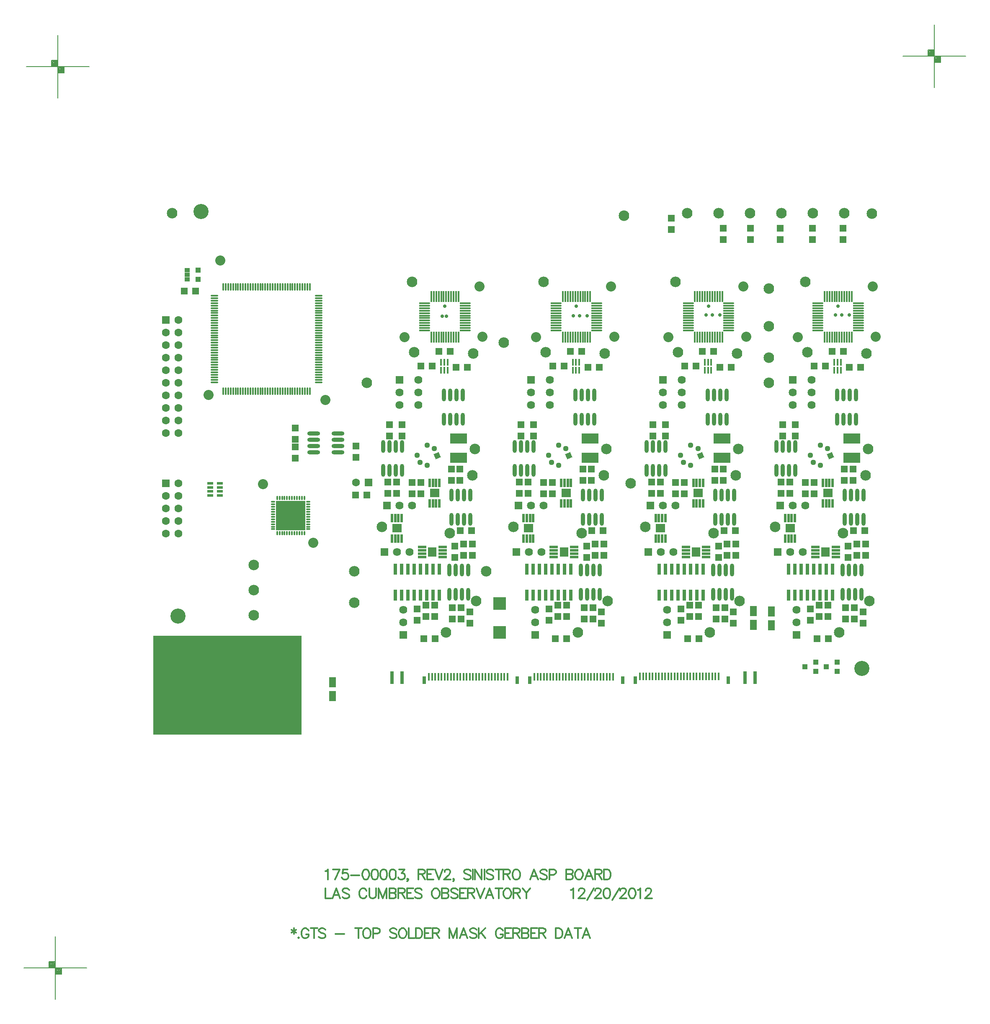
<source format=gts>
%FSLAX23Y23*%
%MOIN*%
G70*
G01*
G75*
G04 Layer_Color=8388736*
%ADD10O,0.012X0.083*%
%ADD11O,0.083X0.012*%
%ADD12O,0.010X0.061*%
%ADD13O,0.061X0.010*%
%ADD14R,0.014X0.049*%
%ADD15R,0.024X0.087*%
%ADD16O,0.028X0.098*%
%ADD17R,0.036X0.028*%
%ADD18R,0.036X0.036*%
%ADD19R,0.050X0.050*%
%ADD20R,0.045X0.017*%
%ADD21R,0.031X0.060*%
%ADD22R,0.014X0.060*%
%ADD23R,0.030X0.100*%
%ADD24R,0.228X0.228*%
%ADD25O,0.008X0.033*%
%ADD26O,0.033X0.008*%
%ADD27O,0.098X0.028*%
%ADD28R,0.074X0.062*%
%ADD29R,0.016X0.061*%
%ADD30R,0.134X0.075*%
%ADD31R,0.048X0.078*%
%ADD32R,0.050X0.050*%
%ADD33R,0.062X0.074*%
%ADD34R,0.061X0.016*%
%ADD35R,0.100X0.100*%
%ADD36C,0.040*%
%ADD37C,0.010*%
%ADD38C,0.005*%
%ADD39C,0.025*%
%ADD40C,0.012*%
%ADD41R,1.181X0.787*%
%ADD42C,0.008*%
%ADD43C,0.012*%
%ADD44C,0.012*%
%ADD45C,0.060*%
%ADD46R,0.060X0.060*%
%ADD47R,0.060X0.060*%
%ADD48P,0.057X4X247.5*%
%ADD49C,0.026*%
%ADD50C,0.080*%
%ADD51C,0.020*%
%ADD52R,0.059X0.059*%
%ADD53C,0.059*%
%ADD54R,0.059X0.059*%
%ADD55C,0.024*%
%ADD56C,0.236*%
%ADD57C,0.050*%
%ADD58C,0.040*%
%ADD59C,0.100*%
%ADD60C,0.045*%
%ADD61C,0.033*%
%ADD62C,0.072*%
%ADD63C,0.030*%
%ADD64C,0.055*%
G04:AMPARAMS|DCode=65|XSize=95.433mil|YSize=95.433mil|CornerRadius=0mil|HoleSize=0mil|Usage=FLASHONLY|Rotation=0.000|XOffset=0mil|YOffset=0mil|HoleType=Round|Shape=Relief|Width=10mil|Gap=10mil|Entries=4|*
%AMTHD65*
7,0,0,0.095,0.075,0.010,45*
%
%ADD65THD65*%
G04:AMPARAMS|DCode=66|XSize=112mil|YSize=112mil|CornerRadius=0mil|HoleSize=0mil|Usage=FLASHONLY|Rotation=0.000|XOffset=0mil|YOffset=0mil|HoleType=Round|Shape=Relief|Width=10mil|Gap=10mil|Entries=4|*
%AMTHD66*
7,0,0,0.112,0.092,0.010,45*
%
%ADD66THD66*%
%ADD67C,0.138*%
G04:AMPARAMS|DCode=68|XSize=70mil|YSize=70mil|CornerRadius=0mil|HoleSize=0mil|Usage=FLASHONLY|Rotation=0.000|XOffset=0mil|YOffset=0mil|HoleType=Round|Shape=Relief|Width=10mil|Gap=10mil|Entries=4|*
%AMTHD68*
7,0,0,0.070,0.050,0.010,45*
%
%ADD68THD68*%
%ADD69C,0.030*%
G04:AMPARAMS|DCode=70|XSize=85mil|YSize=85mil|CornerRadius=0mil|HoleSize=0mil|Usage=FLASHONLY|Rotation=0.000|XOffset=0mil|YOffset=0mil|HoleType=Round|Shape=Relief|Width=10mil|Gap=10mil|Entries=4|*
%AMTHD70*
7,0,0,0.085,0.065,0.010,45*
%
%ADD70THD70*%
%ADD71R,0.044X0.096*%
%ADD72R,0.060X0.086*%
%ADD73R,0.075X0.063*%
%ADD74R,0.078X0.048*%
%ADD75R,0.086X0.060*%
%ADD76C,0.007*%
%ADD77R,1.181X0.787*%
%ADD78C,0.010*%
%ADD79C,0.024*%
%ADD80C,0.008*%
%ADD81C,0.004*%
%ADD82C,0.010*%
%ADD83C,0.006*%
%ADD84R,0.230X0.152*%
%ADD85R,0.074X0.062*%
%ADD86R,0.062X0.074*%
%ADD87R,1.181X0.787*%
%ADD88O,0.016X0.087*%
%ADD89O,0.087X0.016*%
%ADD90O,0.014X0.065*%
%ADD91O,0.065X0.014*%
%ADD92R,0.018X0.053*%
%ADD93R,0.028X0.091*%
%ADD94O,0.032X0.102*%
%ADD95R,0.040X0.032*%
%ADD96R,0.040X0.040*%
%ADD97R,0.054X0.054*%
%ADD98R,0.049X0.021*%
%ADD99R,0.232X0.232*%
%ADD100O,0.012X0.037*%
%ADD101O,0.037X0.012*%
%ADD102O,0.102X0.032*%
%ADD103R,0.078X0.066*%
%ADD104R,0.020X0.065*%
%ADD105R,0.138X0.079*%
%ADD106R,0.052X0.082*%
%ADD107R,0.054X0.054*%
%ADD108R,0.066X0.078*%
%ADD109R,0.065X0.020*%
%ADD110R,0.104X0.104*%
%ADD111C,0.120*%
%ADD112C,0.064*%
%ADD113R,0.064X0.064*%
%ADD114R,0.064X0.064*%
%ADD115P,0.062X4X247.5*%
%ADD116C,0.044*%
%ADD117C,0.030*%
%ADD118C,0.084*%
%ADD119R,0.063X0.063*%
%ADD120C,0.063*%
%ADD121R,0.063X0.063*%
%ADD122C,0.028*%
%ADD123C,0.240*%
%ADD124C,0.054*%
D21*
X13702Y10741D02*
D03*
X14442D02*
D03*
X13602D02*
D03*
X12862D02*
D03*
X12762D02*
D03*
X12022D02*
D03*
D22*
X14365Y10769D02*
D03*
X14340D02*
D03*
X14315D02*
D03*
X14290D02*
D03*
X14265D02*
D03*
X14240D02*
D03*
X14215D02*
D03*
X14190D02*
D03*
X14165D02*
D03*
X14140D02*
D03*
X14115D02*
D03*
X14090D02*
D03*
X14065D02*
D03*
X14040D02*
D03*
X14015D02*
D03*
X13990D02*
D03*
X13965D02*
D03*
X13940D02*
D03*
X13915D02*
D03*
X13890D02*
D03*
X13865D02*
D03*
X13840D02*
D03*
X13815D02*
D03*
X13790D02*
D03*
X13765D02*
D03*
X13740D02*
D03*
X13525Y10768D02*
D03*
X13500D02*
D03*
X13475D02*
D03*
X13450D02*
D03*
X13425D02*
D03*
X13400D02*
D03*
X13375D02*
D03*
X13350D02*
D03*
X13325D02*
D03*
X13300D02*
D03*
X13275D02*
D03*
X13250D02*
D03*
X13225D02*
D03*
X13200D02*
D03*
X13175D02*
D03*
X13150D02*
D03*
X13125D02*
D03*
X13100D02*
D03*
X13075D02*
D03*
X13050D02*
D03*
X13025D02*
D03*
X13000D02*
D03*
X12975D02*
D03*
X12950D02*
D03*
X12925D02*
D03*
X12900D02*
D03*
X12685D02*
D03*
X12660D02*
D03*
X12635D02*
D03*
X12610D02*
D03*
X12585D02*
D03*
X12560D02*
D03*
X12535D02*
D03*
X12510D02*
D03*
X12485D02*
D03*
X12460D02*
D03*
X12435D02*
D03*
X12410D02*
D03*
X12385D02*
D03*
X12360D02*
D03*
X12335D02*
D03*
X12310D02*
D03*
X12285D02*
D03*
X12260D02*
D03*
X12235D02*
D03*
X12210D02*
D03*
X12185D02*
D03*
X12160D02*
D03*
X12135D02*
D03*
X12110D02*
D03*
X12085D02*
D03*
X12060D02*
D03*
D23*
X11768Y10759D02*
D03*
X11847D02*
D03*
X14578Y10760D02*
D03*
X14657D02*
D03*
D40*
X10985Y8766D02*
Y8721D01*
X10966Y8755D02*
X11004Y8732D01*
Y8755D02*
X10966Y8732D01*
X11024Y8694D02*
X11021Y8690D01*
X11024Y8686D01*
X11028Y8690D01*
X11024Y8694D01*
X11103Y8747D02*
X11099Y8755D01*
X11091Y8762D01*
X11084Y8766D01*
X11069D01*
X11061Y8762D01*
X11053Y8755D01*
X11050Y8747D01*
X11046Y8736D01*
Y8717D01*
X11050Y8705D01*
X11053Y8698D01*
X11061Y8690D01*
X11069Y8686D01*
X11084D01*
X11091Y8690D01*
X11099Y8698D01*
X11103Y8705D01*
Y8717D01*
X11084D02*
X11103D01*
X11148Y8766D02*
Y8686D01*
X11121Y8766D02*
X11174D01*
X11237Y8755D02*
X11230Y8762D01*
X11218Y8766D01*
X11203D01*
X11192Y8762D01*
X11184Y8755D01*
Y8747D01*
X11188Y8740D01*
X11192Y8736D01*
X11199Y8732D01*
X11222Y8724D01*
X11230Y8721D01*
X11234Y8717D01*
X11237Y8709D01*
Y8698D01*
X11230Y8690D01*
X11218Y8686D01*
X11203D01*
X11192Y8690D01*
X11184Y8698D01*
X11318Y8721D02*
X11387D01*
X11500Y8766D02*
Y8686D01*
X11473Y8766D02*
X11526D01*
X11559D02*
X11551Y8762D01*
X11544Y8755D01*
X11540Y8747D01*
X11536Y8736D01*
Y8717D01*
X11540Y8705D01*
X11544Y8698D01*
X11551Y8690D01*
X11559Y8686D01*
X11574D01*
X11582Y8690D01*
X11589Y8698D01*
X11593Y8705D01*
X11597Y8717D01*
Y8736D01*
X11593Y8747D01*
X11589Y8755D01*
X11582Y8762D01*
X11574Y8766D01*
X11559D01*
X11616Y8724D02*
X11650D01*
X11661Y8728D01*
X11665Y8732D01*
X11669Y8740D01*
Y8751D01*
X11665Y8759D01*
X11661Y8762D01*
X11650Y8766D01*
X11616D01*
Y8686D01*
X11803Y8755D02*
X11795Y8762D01*
X11784Y8766D01*
X11769D01*
X11757Y8762D01*
X11750Y8755D01*
Y8747D01*
X11753Y8740D01*
X11757Y8736D01*
X11765Y8732D01*
X11788Y8724D01*
X11795Y8721D01*
X11799Y8717D01*
X11803Y8709D01*
Y8698D01*
X11795Y8690D01*
X11784Y8686D01*
X11769D01*
X11757Y8690D01*
X11750Y8698D01*
X11844Y8766D02*
X11836Y8762D01*
X11828Y8755D01*
X11825Y8747D01*
X11821Y8736D01*
Y8717D01*
X11825Y8705D01*
X11828Y8698D01*
X11836Y8690D01*
X11844Y8686D01*
X11859D01*
X11867Y8690D01*
X11874Y8698D01*
X11878Y8705D01*
X11882Y8717D01*
Y8736D01*
X11878Y8747D01*
X11874Y8755D01*
X11867Y8762D01*
X11859Y8766D01*
X11844D01*
X11900D02*
Y8686D01*
X11946D01*
X11955Y8766D02*
Y8686D01*
Y8766D02*
X11982D01*
X11993Y8762D01*
X12001Y8755D01*
X12004Y8747D01*
X12008Y8736D01*
Y8717D01*
X12004Y8705D01*
X12001Y8698D01*
X11993Y8690D01*
X11982Y8686D01*
X11955D01*
X12076Y8766D02*
X12026D01*
Y8686D01*
X12076D01*
X12026Y8728D02*
X12057D01*
X12089Y8766D02*
Y8686D01*
Y8766D02*
X12123D01*
X12135Y8762D01*
X12138Y8759D01*
X12142Y8751D01*
Y8743D01*
X12138Y8736D01*
X12135Y8732D01*
X12123Y8728D01*
X12089D01*
X12116D02*
X12142Y8686D01*
X12223Y8766D02*
Y8686D01*
Y8766D02*
X12253Y8686D01*
X12284Y8766D02*
X12253Y8686D01*
X12284Y8766D02*
Y8686D01*
X12368D02*
X12337Y8766D01*
X12307Y8686D01*
X12318Y8713D02*
X12356D01*
X12440Y8755D02*
X12432Y8762D01*
X12421Y8766D01*
X12405D01*
X12394Y8762D01*
X12386Y8755D01*
Y8747D01*
X12390Y8740D01*
X12394Y8736D01*
X12402Y8732D01*
X12424Y8724D01*
X12432Y8721D01*
X12436Y8717D01*
X12440Y8709D01*
Y8698D01*
X12432Y8690D01*
X12421Y8686D01*
X12405D01*
X12394Y8690D01*
X12386Y8698D01*
X12458Y8766D02*
Y8686D01*
X12511Y8766D02*
X12458Y8713D01*
X12477Y8732D02*
X12511Y8686D01*
X12649Y8747D02*
X12645Y8755D01*
X12637Y8762D01*
X12630Y8766D01*
X12615D01*
X12607Y8762D01*
X12599Y8755D01*
X12596Y8747D01*
X12592Y8736D01*
Y8717D01*
X12596Y8705D01*
X12599Y8698D01*
X12607Y8690D01*
X12615Y8686D01*
X12630D01*
X12637Y8690D01*
X12645Y8698D01*
X12649Y8705D01*
Y8717D01*
X12630D02*
X12649D01*
X12717Y8766D02*
X12667D01*
Y8686D01*
X12717D01*
X12667Y8728D02*
X12698D01*
X12730Y8766D02*
Y8686D01*
Y8766D02*
X12764D01*
X12776Y8762D01*
X12779Y8759D01*
X12783Y8751D01*
Y8743D01*
X12779Y8736D01*
X12776Y8732D01*
X12764Y8728D01*
X12730D01*
X12757D02*
X12783Y8686D01*
X12801Y8766D02*
Y8686D01*
Y8766D02*
X12835D01*
X12847Y8762D01*
X12851Y8759D01*
X12854Y8751D01*
Y8743D01*
X12851Y8736D01*
X12847Y8732D01*
X12835Y8728D01*
X12801D02*
X12835D01*
X12847Y8724D01*
X12851Y8721D01*
X12854Y8713D01*
Y8702D01*
X12851Y8694D01*
X12847Y8690D01*
X12835Y8686D01*
X12801D01*
X12922Y8766D02*
X12872D01*
Y8686D01*
X12922D01*
X12872Y8728D02*
X12903D01*
X12935Y8766D02*
Y8686D01*
Y8766D02*
X12970D01*
X12981Y8762D01*
X12985Y8759D01*
X12989Y8751D01*
Y8743D01*
X12985Y8736D01*
X12981Y8732D01*
X12970Y8728D01*
X12935D01*
X12962D02*
X12989Y8686D01*
X13069Y8766D02*
Y8686D01*
Y8766D02*
X13096D01*
X13107Y8762D01*
X13115Y8755D01*
X13119Y8747D01*
X13123Y8736D01*
Y8717D01*
X13119Y8705D01*
X13115Y8698D01*
X13107Y8690D01*
X13096Y8686D01*
X13069D01*
X13201D02*
X13171Y8766D01*
X13141Y8686D01*
X13152Y8713D02*
X13190D01*
X13247Y8766D02*
Y8686D01*
X13220Y8766D02*
X13273D01*
X13344Y8686D02*
X13313Y8766D01*
X13283Y8686D01*
X13294Y8713D02*
X13332D01*
D42*
X8838Y8452D02*
X9338D01*
X9088Y8202D02*
Y8702D01*
X9038Y8452D02*
Y8502D01*
X9088D01*
X9138Y8402D02*
Y8452D01*
X9088Y8402D02*
X9138D01*
X9093Y8447D02*
X9133D01*
Y8407D02*
Y8447D01*
X9093Y8407D02*
X9133D01*
X9093D02*
Y8447D01*
X9098Y8442D02*
X9128D01*
Y8412D02*
Y8442D01*
X9098Y8412D02*
X9128D01*
X9098D02*
Y8437D01*
X9103D02*
X9123D01*
Y8417D02*
Y8437D01*
X9103Y8417D02*
X9123D01*
X9103D02*
Y8432D01*
X9108D02*
X9118D01*
Y8422D02*
Y8432D01*
X9108Y8422D02*
X9118D01*
X9108D02*
Y8432D01*
Y8427D02*
X9118D01*
X9043Y8497D02*
X9083D01*
Y8457D02*
Y8497D01*
X9043Y8457D02*
X9083D01*
X9043D02*
Y8497D01*
X9048Y8492D02*
X9078D01*
Y8462D02*
Y8492D01*
X9048Y8462D02*
X9078D01*
X9048D02*
Y8487D01*
X9053D02*
X9073D01*
Y8467D02*
Y8487D01*
X9053Y8467D02*
X9073D01*
X9053D02*
Y8482D01*
X9058D02*
X9068D01*
Y8472D02*
Y8482D01*
X9058Y8472D02*
X9068D01*
X9058D02*
Y8482D01*
Y8477D02*
X9068D01*
X8855Y15624D02*
X9355D01*
X9105Y15374D02*
Y15874D01*
X9055Y15624D02*
Y15674D01*
X9105D01*
X9155Y15574D02*
Y15624D01*
X9105Y15574D02*
X9155D01*
X9110Y15619D02*
X9150D01*
Y15579D02*
Y15619D01*
X9110Y15579D02*
X9150D01*
X9110D02*
Y15619D01*
X9115Y15614D02*
X9145D01*
Y15584D02*
Y15614D01*
X9115Y15584D02*
X9145D01*
X9115D02*
Y15609D01*
X9120D02*
X9140D01*
Y15589D02*
Y15609D01*
X9120Y15589D02*
X9140D01*
X9120D02*
Y15604D01*
X9125D02*
X9135D01*
Y15594D02*
Y15604D01*
X9125Y15594D02*
X9135D01*
X9125D02*
Y15604D01*
Y15599D02*
X9135D01*
X9060Y15669D02*
X9100D01*
Y15629D02*
Y15669D01*
X9060Y15629D02*
X9100D01*
X9060D02*
Y15669D01*
X9065Y15664D02*
X9095D01*
Y15634D02*
Y15664D01*
X9065Y15634D02*
X9095D01*
X9065D02*
Y15659D01*
X9070D02*
X9090D01*
Y15639D02*
Y15659D01*
X9070Y15639D02*
X9090D01*
X9070D02*
Y15654D01*
X9075D02*
X9085D01*
Y15644D02*
Y15654D01*
X9075Y15644D02*
X9085D01*
X9075D02*
Y15654D01*
Y15649D02*
X9085D01*
X15834Y15707D02*
X16334D01*
X16084Y15457D02*
Y15957D01*
X16034Y15707D02*
Y15757D01*
X16084D01*
X16134Y15657D02*
Y15707D01*
X16084Y15657D02*
X16134D01*
X16089Y15702D02*
X16129D01*
Y15662D02*
Y15702D01*
X16089Y15662D02*
X16129D01*
X16089D02*
Y15702D01*
X16094Y15697D02*
X16124D01*
Y15667D02*
Y15697D01*
X16094Y15667D02*
X16124D01*
X16094D02*
Y15692D01*
X16099D02*
X16119D01*
Y15672D02*
Y15692D01*
X16099Y15672D02*
X16119D01*
X16099D02*
Y15687D01*
X16104D02*
X16114D01*
Y15677D02*
Y15687D01*
X16104Y15677D02*
X16114D01*
X16104D02*
Y15687D01*
Y15682D02*
X16114D01*
X16039Y15752D02*
X16079D01*
Y15712D02*
Y15752D01*
X16039Y15712D02*
X16079D01*
X16039D02*
Y15752D01*
X16044Y15747D02*
X16074D01*
Y15717D02*
Y15747D01*
X16044Y15717D02*
X16074D01*
X16044D02*
Y15742D01*
X16049D02*
X16069D01*
Y15722D02*
Y15742D01*
X16049Y15722D02*
X16069D01*
X16049D02*
Y15737D01*
X16054D02*
X16064D01*
Y15727D02*
Y15737D01*
X16054Y15727D02*
X16064D01*
X16054D02*
Y15737D01*
Y15732D02*
X16064D01*
D43*
X11238Y9219D02*
X11246Y9222D01*
X11257Y9234D01*
Y9154D01*
X11350Y9234D02*
X11312Y9154D01*
X11297Y9234D02*
X11350D01*
X11414D02*
X11376D01*
X11372Y9200D01*
X11376Y9203D01*
X11387Y9207D01*
X11399D01*
X11410Y9203D01*
X11418Y9196D01*
X11421Y9184D01*
Y9177D01*
X11418Y9165D01*
X11410Y9158D01*
X11399Y9154D01*
X11387D01*
X11376Y9158D01*
X11372Y9161D01*
X11368Y9169D01*
X11439Y9188D02*
X11508D01*
X11554Y9234D02*
X11543Y9230D01*
X11535Y9219D01*
X11531Y9200D01*
Y9188D01*
X11535Y9169D01*
X11543Y9158D01*
X11554Y9154D01*
X11562D01*
X11573Y9158D01*
X11581Y9169D01*
X11585Y9188D01*
Y9200D01*
X11581Y9219D01*
X11573Y9230D01*
X11562Y9234D01*
X11554D01*
X11626D02*
X11614Y9230D01*
X11606Y9219D01*
X11603Y9200D01*
Y9188D01*
X11606Y9169D01*
X11614Y9158D01*
X11626Y9154D01*
X11633D01*
X11645Y9158D01*
X11652Y9169D01*
X11656Y9188D01*
Y9200D01*
X11652Y9219D01*
X11645Y9230D01*
X11633Y9234D01*
X11626D01*
X11697D02*
X11685Y9230D01*
X11678Y9219D01*
X11674Y9200D01*
Y9188D01*
X11678Y9169D01*
X11685Y9158D01*
X11697Y9154D01*
X11704D01*
X11716Y9158D01*
X11723Y9169D01*
X11727Y9188D01*
Y9200D01*
X11723Y9219D01*
X11716Y9230D01*
X11704Y9234D01*
X11697D01*
X11768D02*
X11757Y9230D01*
X11749Y9219D01*
X11745Y9200D01*
Y9188D01*
X11749Y9169D01*
X11757Y9158D01*
X11768Y9154D01*
X11776D01*
X11787Y9158D01*
X11795Y9169D01*
X11798Y9188D01*
Y9200D01*
X11795Y9219D01*
X11787Y9230D01*
X11776Y9234D01*
X11768D01*
X11824D02*
X11866D01*
X11843Y9203D01*
X11854D01*
X11862Y9200D01*
X11866Y9196D01*
X11870Y9184D01*
Y9177D01*
X11866Y9165D01*
X11858Y9158D01*
X11847Y9154D01*
X11835D01*
X11824Y9158D01*
X11820Y9161D01*
X11816Y9169D01*
X11895Y9158D02*
X11891Y9154D01*
X11888Y9158D01*
X11891Y9161D01*
X11895Y9158D01*
Y9150D01*
X11891Y9142D01*
X11888Y9139D01*
X11976Y9234D02*
Y9154D01*
Y9234D02*
X12010D01*
X12021Y9230D01*
X12025Y9226D01*
X12029Y9219D01*
Y9211D01*
X12025Y9203D01*
X12021Y9200D01*
X12010Y9196D01*
X11976D01*
X12002D02*
X12029Y9154D01*
X12096Y9234D02*
X12047D01*
Y9154D01*
X12096D01*
X12047Y9196D02*
X12077D01*
X12110Y9234D02*
X12140Y9154D01*
X12171Y9234D02*
X12140Y9154D01*
X12185Y9215D02*
Y9219D01*
X12188Y9226D01*
X12192Y9230D01*
X12200Y9234D01*
X12215D01*
X12223Y9230D01*
X12227Y9226D01*
X12230Y9219D01*
Y9211D01*
X12227Y9203D01*
X12219Y9192D01*
X12181Y9154D01*
X12234D01*
X12260Y9158D02*
X12256Y9154D01*
X12252Y9158D01*
X12256Y9161D01*
X12260Y9158D01*
Y9150D01*
X12256Y9142D01*
X12252Y9139D01*
X12393Y9222D02*
X12386Y9230D01*
X12374Y9234D01*
X12359D01*
X12348Y9230D01*
X12340Y9222D01*
Y9215D01*
X12344Y9207D01*
X12348Y9203D01*
X12355Y9200D01*
X12378Y9192D01*
X12386Y9188D01*
X12390Y9184D01*
X12393Y9177D01*
Y9165D01*
X12386Y9158D01*
X12374Y9154D01*
X12359D01*
X12348Y9158D01*
X12340Y9165D01*
X12411Y9234D02*
Y9154D01*
X12428Y9234D02*
Y9154D01*
Y9234D02*
X12481Y9154D01*
Y9234D02*
Y9154D01*
X12503Y9234D02*
Y9154D01*
X12574Y9222D02*
X12566Y9230D01*
X12554Y9234D01*
X12539D01*
X12528Y9230D01*
X12520Y9222D01*
Y9215D01*
X12524Y9207D01*
X12528Y9203D01*
X12535Y9200D01*
X12558Y9192D01*
X12566Y9188D01*
X12570Y9184D01*
X12574Y9177D01*
Y9165D01*
X12566Y9158D01*
X12554Y9154D01*
X12539D01*
X12528Y9158D01*
X12520Y9165D01*
X12618Y9234D02*
Y9154D01*
X12591Y9234D02*
X12645D01*
X12654D02*
Y9154D01*
Y9234D02*
X12689D01*
X12700Y9230D01*
X12704Y9226D01*
X12708Y9219D01*
Y9211D01*
X12704Y9203D01*
X12700Y9200D01*
X12689Y9196D01*
X12654D01*
X12681D02*
X12708Y9154D01*
X12748Y9234D02*
X12741Y9230D01*
X12733Y9222D01*
X12729Y9215D01*
X12725Y9203D01*
Y9184D01*
X12729Y9173D01*
X12733Y9165D01*
X12741Y9158D01*
X12748Y9154D01*
X12764D01*
X12771Y9158D01*
X12779Y9165D01*
X12783Y9173D01*
X12786Y9184D01*
Y9203D01*
X12783Y9215D01*
X12779Y9222D01*
X12771Y9230D01*
X12764Y9234D01*
X12748D01*
X12929Y9154D02*
X12898Y9234D01*
X12868Y9154D01*
X12879Y9181D02*
X12917D01*
X13001Y9222D02*
X12993Y9230D01*
X12982Y9234D01*
X12967D01*
X12955Y9230D01*
X12948Y9222D01*
Y9215D01*
X12951Y9207D01*
X12955Y9203D01*
X12963Y9200D01*
X12986Y9192D01*
X12993Y9188D01*
X12997Y9184D01*
X13001Y9177D01*
Y9165D01*
X12993Y9158D01*
X12982Y9154D01*
X12967D01*
X12955Y9158D01*
X12948Y9165D01*
X13019Y9192D02*
X13053D01*
X13064Y9196D01*
X13068Y9200D01*
X13072Y9207D01*
Y9219D01*
X13068Y9226D01*
X13064Y9230D01*
X13053Y9234D01*
X13019D01*
Y9154D01*
X13153Y9234D02*
Y9154D01*
Y9234D02*
X13187D01*
X13199Y9230D01*
X13202Y9226D01*
X13206Y9219D01*
Y9211D01*
X13202Y9203D01*
X13199Y9200D01*
X13187Y9196D01*
X13153D02*
X13187D01*
X13199Y9192D01*
X13202Y9188D01*
X13206Y9181D01*
Y9169D01*
X13202Y9161D01*
X13199Y9158D01*
X13187Y9154D01*
X13153D01*
X13247Y9234D02*
X13239Y9230D01*
X13232Y9222D01*
X13228Y9215D01*
X13224Y9203D01*
Y9184D01*
X13228Y9173D01*
X13232Y9165D01*
X13239Y9158D01*
X13247Y9154D01*
X13262D01*
X13270Y9158D01*
X13277Y9165D01*
X13281Y9173D01*
X13285Y9184D01*
Y9203D01*
X13281Y9215D01*
X13277Y9222D01*
X13270Y9230D01*
X13262Y9234D01*
X13247D01*
X13365Y9154D02*
X13334Y9234D01*
X13304Y9154D01*
X13315Y9181D02*
X13353D01*
X13383Y9234D02*
Y9154D01*
Y9234D02*
X13418D01*
X13429Y9230D01*
X13433Y9226D01*
X13437Y9219D01*
Y9211D01*
X13433Y9203D01*
X13429Y9200D01*
X13418Y9196D01*
X13383D01*
X13410D02*
X13437Y9154D01*
X13454Y9234D02*
Y9154D01*
Y9234D02*
X13481D01*
X13493Y9230D01*
X13500Y9222D01*
X13504Y9215D01*
X13508Y9203D01*
Y9184D01*
X13504Y9173D01*
X13500Y9165D01*
X13493Y9158D01*
X13481Y9154D01*
X13454D01*
D44*
X11238Y9084D02*
Y9004D01*
X11284D01*
X11354D02*
X11323Y9084D01*
X11293Y9004D01*
X11304Y9031D02*
X11342D01*
X11426Y9072D02*
X11418Y9080D01*
X11407Y9084D01*
X11391D01*
X11380Y9080D01*
X11372Y9072D01*
Y9065D01*
X11376Y9057D01*
X11380Y9053D01*
X11387Y9050D01*
X11410Y9042D01*
X11418Y9038D01*
X11422Y9034D01*
X11426Y9027D01*
Y9015D01*
X11418Y9008D01*
X11407Y9004D01*
X11391D01*
X11380Y9008D01*
X11372Y9015D01*
X11563Y9065D02*
X11560Y9072D01*
X11552Y9080D01*
X11544Y9084D01*
X11529D01*
X11522Y9080D01*
X11514Y9072D01*
X11510Y9065D01*
X11506Y9053D01*
Y9034D01*
X11510Y9023D01*
X11514Y9015D01*
X11522Y9008D01*
X11529Y9004D01*
X11544D01*
X11552Y9008D01*
X11560Y9015D01*
X11563Y9023D01*
X11586Y9084D02*
Y9027D01*
X11590Y9015D01*
X11597Y9008D01*
X11609Y9004D01*
X11616D01*
X11628Y9008D01*
X11635Y9015D01*
X11639Y9027D01*
Y9084D01*
X11661D02*
Y9004D01*
Y9084D02*
X11692Y9004D01*
X11722Y9084D02*
X11692Y9004D01*
X11722Y9084D02*
Y9004D01*
X11745Y9084D02*
Y9004D01*
Y9084D02*
X11779D01*
X11791Y9080D01*
X11795Y9076D01*
X11798Y9069D01*
Y9061D01*
X11795Y9053D01*
X11791Y9050D01*
X11779Y9046D01*
X11745D02*
X11779D01*
X11791Y9042D01*
X11795Y9038D01*
X11798Y9031D01*
Y9019D01*
X11795Y9011D01*
X11791Y9008D01*
X11779Y9004D01*
X11745D01*
X11816Y9084D02*
Y9004D01*
Y9084D02*
X11851D01*
X11862Y9080D01*
X11866Y9076D01*
X11870Y9069D01*
Y9061D01*
X11866Y9053D01*
X11862Y9050D01*
X11851Y9046D01*
X11816D01*
X11843D02*
X11870Y9004D01*
X11937Y9084D02*
X11888D01*
Y9004D01*
X11937D01*
X11888Y9046D02*
X11918D01*
X12004Y9072D02*
X11996Y9080D01*
X11985Y9084D01*
X11969D01*
X11958Y9080D01*
X11950Y9072D01*
Y9065D01*
X11954Y9057D01*
X11958Y9053D01*
X11966Y9050D01*
X11988Y9042D01*
X11996Y9038D01*
X12000Y9034D01*
X12004Y9027D01*
Y9015D01*
X11996Y9008D01*
X11985Y9004D01*
X11969D01*
X11958Y9008D01*
X11950Y9015D01*
X12107Y9084D02*
X12100Y9080D01*
X12092Y9072D01*
X12088Y9065D01*
X12084Y9053D01*
Y9034D01*
X12088Y9023D01*
X12092Y9015D01*
X12100Y9008D01*
X12107Y9004D01*
X12123D01*
X12130Y9008D01*
X12138Y9015D01*
X12142Y9023D01*
X12145Y9034D01*
Y9053D01*
X12142Y9065D01*
X12138Y9072D01*
X12130Y9080D01*
X12123Y9084D01*
X12107D01*
X12164D02*
Y9004D01*
Y9084D02*
X12198D01*
X12210Y9080D01*
X12214Y9076D01*
X12217Y9069D01*
Y9061D01*
X12214Y9053D01*
X12210Y9050D01*
X12198Y9046D01*
X12164D02*
X12198D01*
X12210Y9042D01*
X12214Y9038D01*
X12217Y9031D01*
Y9019D01*
X12214Y9011D01*
X12210Y9008D01*
X12198Y9004D01*
X12164D01*
X12289Y9072D02*
X12281Y9080D01*
X12270Y9084D01*
X12254D01*
X12243Y9080D01*
X12235Y9072D01*
Y9065D01*
X12239Y9057D01*
X12243Y9053D01*
X12251Y9050D01*
X12273Y9042D01*
X12281Y9038D01*
X12285Y9034D01*
X12289Y9027D01*
Y9015D01*
X12281Y9008D01*
X12270Y9004D01*
X12254D01*
X12243Y9008D01*
X12235Y9015D01*
X12356Y9084D02*
X12307D01*
Y9004D01*
X12356D01*
X12307Y9046D02*
X12337D01*
X12369Y9084D02*
Y9004D01*
Y9084D02*
X12404D01*
X12415Y9080D01*
X12419Y9076D01*
X12423Y9069D01*
Y9061D01*
X12419Y9053D01*
X12415Y9050D01*
X12404Y9046D01*
X12369D01*
X12396D02*
X12423Y9004D01*
X12441Y9084D02*
X12471Y9004D01*
X12502Y9084D02*
X12471Y9004D01*
X12573D02*
X12542Y9084D01*
X12512Y9004D01*
X12523Y9031D02*
X12561D01*
X12618Y9084D02*
Y9004D01*
X12591Y9084D02*
X12645D01*
X12677D02*
X12669Y9080D01*
X12662Y9072D01*
X12658Y9065D01*
X12654Y9053D01*
Y9034D01*
X12658Y9023D01*
X12662Y9015D01*
X12669Y9008D01*
X12677Y9004D01*
X12692D01*
X12700Y9008D01*
X12708Y9015D01*
X12711Y9023D01*
X12715Y9034D01*
Y9053D01*
X12711Y9065D01*
X12708Y9072D01*
X12700Y9080D01*
X12692Y9084D01*
X12677D01*
X12734D02*
Y9004D01*
Y9084D02*
X12768D01*
X12780Y9080D01*
X12783Y9076D01*
X12787Y9069D01*
Y9061D01*
X12783Y9053D01*
X12780Y9050D01*
X12768Y9046D01*
X12734D01*
X12761D02*
X12787Y9004D01*
X12805Y9084D02*
X12836Y9046D01*
Y9004D01*
X12866Y9084D02*
X12836Y9046D01*
X13191Y9069D02*
X13198Y9072D01*
X13210Y9084D01*
Y9004D01*
X13253Y9065D02*
Y9069D01*
X13257Y9076D01*
X13261Y9080D01*
X13268Y9084D01*
X13283D01*
X13291Y9080D01*
X13295Y9076D01*
X13299Y9069D01*
Y9061D01*
X13295Y9053D01*
X13287Y9042D01*
X13249Y9004D01*
X13302D01*
X13320Y8992D02*
X13374Y9084D01*
X13383Y9065D02*
Y9069D01*
X13387Y9076D01*
X13390Y9080D01*
X13398Y9084D01*
X13413D01*
X13421Y9080D01*
X13425Y9076D01*
X13429Y9069D01*
Y9061D01*
X13425Y9053D01*
X13417Y9042D01*
X13379Y9004D01*
X13432D01*
X13473Y9084D02*
X13462Y9080D01*
X13454Y9069D01*
X13450Y9050D01*
Y9038D01*
X13454Y9019D01*
X13462Y9008D01*
X13473Y9004D01*
X13481D01*
X13492Y9008D01*
X13500Y9019D01*
X13504Y9038D01*
Y9050D01*
X13500Y9069D01*
X13492Y9080D01*
X13481Y9084D01*
X13473D01*
X13521Y8992D02*
X13575Y9084D01*
X13584Y9065D02*
Y9069D01*
X13588Y9076D01*
X13592Y9080D01*
X13599Y9084D01*
X13614D01*
X13622Y9080D01*
X13626Y9076D01*
X13630Y9069D01*
Y9061D01*
X13626Y9053D01*
X13618Y9042D01*
X13580Y9004D01*
X13633D01*
X13674Y9084D02*
X13663Y9080D01*
X13655Y9069D01*
X13651Y9050D01*
Y9038D01*
X13655Y9019D01*
X13663Y9008D01*
X13674Y9004D01*
X13682D01*
X13693Y9008D01*
X13701Y9019D01*
X13705Y9038D01*
Y9050D01*
X13701Y9069D01*
X13693Y9080D01*
X13682Y9084D01*
X13674D01*
X13723Y9069D02*
X13730Y9072D01*
X13742Y9084D01*
Y9004D01*
X13785Y9065D02*
Y9069D01*
X13789Y9076D01*
X13793Y9080D01*
X13800Y9084D01*
X13816D01*
X13823Y9080D01*
X13827Y9076D01*
X13831Y9069D01*
Y9061D01*
X13827Y9053D01*
X13819Y9042D01*
X13781Y9004D01*
X13835D01*
D49*
X10866Y11956D02*
D03*
Y12051D02*
D03*
X10913Y12098D02*
D03*
D50*
X15618Y13475D02*
D03*
X14997Y13470D02*
D03*
X15594Y13875D02*
D03*
X14587Y13475D02*
D03*
X13966Y13470D02*
D03*
X14563Y13875D02*
D03*
X13535Y13475D02*
D03*
X12914Y13470D02*
D03*
X13511Y13875D02*
D03*
X12464D02*
D03*
X11867Y13470D02*
D03*
X12488Y13475D02*
D03*
X10400Y14082D02*
D03*
X10306Y13010D02*
D03*
X11237Y12972D02*
D03*
X10739Y12300D02*
D03*
X11139Y11834D02*
D03*
D51*
X12125Y12209D02*
D03*
Y12248D02*
D03*
X12105Y12229D02*
D03*
X12086Y12209D02*
D03*
Y12248D02*
D03*
X15238Y11780D02*
D03*
X15198D02*
D03*
X15218Y11761D02*
D03*
X15238Y11741D02*
D03*
X15198D02*
D03*
X14206Y11780D02*
D03*
X14167D02*
D03*
X14187Y11761D02*
D03*
X14206Y11741D02*
D03*
X14167D02*
D03*
X13155Y11780D02*
D03*
X13116D02*
D03*
X13135Y11761D02*
D03*
X13155Y11741D02*
D03*
X13116D02*
D03*
X12108Y11780D02*
D03*
X12069D02*
D03*
X12088Y11761D02*
D03*
X12108Y11741D02*
D03*
X12069D02*
D03*
X14955Y11929D02*
D03*
Y11968D02*
D03*
X14935Y11949D02*
D03*
X14915Y11929D02*
D03*
Y11968D02*
D03*
X13923Y11929D02*
D03*
Y11968D02*
D03*
X13904Y11949D02*
D03*
X13884Y11929D02*
D03*
Y11968D02*
D03*
X12872Y11929D02*
D03*
Y11968D02*
D03*
X12852Y11949D02*
D03*
X12833Y11929D02*
D03*
Y11968D02*
D03*
X11825Y11929D02*
D03*
Y11968D02*
D03*
X11805Y11949D02*
D03*
X11786Y11929D02*
D03*
Y11968D02*
D03*
X15255Y12209D02*
D03*
Y12248D02*
D03*
X15235Y12229D02*
D03*
X15215Y12209D02*
D03*
Y12248D02*
D03*
X14223Y12209D02*
D03*
Y12248D02*
D03*
X14204Y12229D02*
D03*
X14184Y12209D02*
D03*
Y12248D02*
D03*
X13172Y12209D02*
D03*
Y12248D02*
D03*
X13152Y12229D02*
D03*
X13133Y12209D02*
D03*
Y12248D02*
D03*
D87*
X10457Y10700D02*
D03*
D88*
X13127Y13471D02*
D03*
X13147D02*
D03*
X13167D02*
D03*
X13186D02*
D03*
X13206D02*
D03*
X13226D02*
D03*
X13245D02*
D03*
X13265D02*
D03*
X13285D02*
D03*
X13304D02*
D03*
X13324D02*
D03*
X13344D02*
D03*
Y13794D02*
D03*
X13324D02*
D03*
X13304D02*
D03*
X13285D02*
D03*
X13265D02*
D03*
X13245D02*
D03*
X13226D02*
D03*
X13206D02*
D03*
X13186D02*
D03*
X13167D02*
D03*
X13147D02*
D03*
X13127D02*
D03*
X15210D02*
D03*
X15230D02*
D03*
X15249D02*
D03*
X15269D02*
D03*
X15289D02*
D03*
X15308D02*
D03*
X15328D02*
D03*
X15348D02*
D03*
X15367D02*
D03*
X15387D02*
D03*
X15407D02*
D03*
X15426D02*
D03*
Y13471D02*
D03*
X15407D02*
D03*
X15387D02*
D03*
X15367D02*
D03*
X15348D02*
D03*
X15328D02*
D03*
X15308D02*
D03*
X15289D02*
D03*
X15269D02*
D03*
X15249D02*
D03*
X15230D02*
D03*
X15210D02*
D03*
X14178Y13794D02*
D03*
X14198D02*
D03*
X14218D02*
D03*
X14237D02*
D03*
X14257D02*
D03*
X14277D02*
D03*
X14297D02*
D03*
X14316D02*
D03*
X14336D02*
D03*
X14356D02*
D03*
X14375D02*
D03*
X14395D02*
D03*
Y13471D02*
D03*
X14375D02*
D03*
X14356D02*
D03*
X14336D02*
D03*
X14316D02*
D03*
X14297D02*
D03*
X14277D02*
D03*
X14257D02*
D03*
X14237D02*
D03*
X14218D02*
D03*
X14198D02*
D03*
X14178D02*
D03*
X12080Y13794D02*
D03*
X12100D02*
D03*
X12119D02*
D03*
X12139D02*
D03*
X12159D02*
D03*
X12178D02*
D03*
X12198D02*
D03*
X12218D02*
D03*
X12237D02*
D03*
X12257D02*
D03*
X12277D02*
D03*
X12297D02*
D03*
Y13471D02*
D03*
X12277D02*
D03*
X12257D02*
D03*
X12237D02*
D03*
X12218D02*
D03*
X12198D02*
D03*
X12178D02*
D03*
X12159D02*
D03*
X12139D02*
D03*
X12119D02*
D03*
X12100D02*
D03*
X12080D02*
D03*
D89*
X13397Y13524D02*
D03*
Y13544D02*
D03*
Y13564D02*
D03*
Y13583D02*
D03*
Y13603D02*
D03*
Y13623D02*
D03*
Y13642D02*
D03*
Y13662D02*
D03*
Y13682D02*
D03*
Y13702D02*
D03*
Y13721D02*
D03*
Y13741D02*
D03*
X13074D02*
D03*
Y13721D02*
D03*
Y13702D02*
D03*
Y13682D02*
D03*
Y13662D02*
D03*
Y13642D02*
D03*
Y13623D02*
D03*
Y13603D02*
D03*
Y13583D02*
D03*
Y13564D02*
D03*
Y13544D02*
D03*
Y13524D02*
D03*
X15157D02*
D03*
Y13544D02*
D03*
Y13564D02*
D03*
Y13583D02*
D03*
Y13603D02*
D03*
Y13623D02*
D03*
Y13642D02*
D03*
Y13662D02*
D03*
Y13682D02*
D03*
Y13702D02*
D03*
Y13721D02*
D03*
Y13741D02*
D03*
X15480D02*
D03*
Y13721D02*
D03*
Y13702D02*
D03*
Y13682D02*
D03*
Y13662D02*
D03*
Y13642D02*
D03*
Y13623D02*
D03*
Y13603D02*
D03*
Y13583D02*
D03*
Y13564D02*
D03*
Y13544D02*
D03*
Y13524D02*
D03*
X14125D02*
D03*
Y13544D02*
D03*
Y13564D02*
D03*
Y13583D02*
D03*
Y13603D02*
D03*
Y13623D02*
D03*
Y13642D02*
D03*
Y13662D02*
D03*
Y13682D02*
D03*
Y13702D02*
D03*
Y13721D02*
D03*
Y13741D02*
D03*
X14448D02*
D03*
Y13721D02*
D03*
Y13702D02*
D03*
Y13682D02*
D03*
Y13662D02*
D03*
Y13642D02*
D03*
Y13623D02*
D03*
Y13603D02*
D03*
Y13583D02*
D03*
Y13564D02*
D03*
Y13544D02*
D03*
Y13524D02*
D03*
X12027D02*
D03*
Y13544D02*
D03*
Y13564D02*
D03*
Y13583D02*
D03*
Y13603D02*
D03*
Y13623D02*
D03*
Y13642D02*
D03*
Y13662D02*
D03*
Y13682D02*
D03*
Y13702D02*
D03*
Y13721D02*
D03*
Y13741D02*
D03*
X12350D02*
D03*
Y13721D02*
D03*
Y13702D02*
D03*
Y13682D02*
D03*
Y13662D02*
D03*
Y13642D02*
D03*
Y13623D02*
D03*
Y13603D02*
D03*
Y13583D02*
D03*
Y13564D02*
D03*
Y13544D02*
D03*
Y13524D02*
D03*
D90*
X10423Y13870D02*
D03*
X10443D02*
D03*
X10463D02*
D03*
X10482D02*
D03*
X10502D02*
D03*
X10522D02*
D03*
X10541D02*
D03*
X10561D02*
D03*
X10581D02*
D03*
X10600D02*
D03*
X10620D02*
D03*
X10640D02*
D03*
X10659D02*
D03*
X10679D02*
D03*
X10699D02*
D03*
X10719D02*
D03*
X10738D02*
D03*
X10758D02*
D03*
X10778D02*
D03*
X10797D02*
D03*
X10817D02*
D03*
X10837D02*
D03*
X10856D02*
D03*
X10876D02*
D03*
X10896D02*
D03*
X10915D02*
D03*
X10935D02*
D03*
X10955D02*
D03*
X10974D02*
D03*
X10994D02*
D03*
X11014D02*
D03*
X11033D02*
D03*
X11053D02*
D03*
X11073D02*
D03*
X11093D02*
D03*
X11112D02*
D03*
Y13042D02*
D03*
X11093D02*
D03*
X11073D02*
D03*
X11053D02*
D03*
X11033D02*
D03*
X11014D02*
D03*
X10994D02*
D03*
X10974D02*
D03*
X10955D02*
D03*
X10935D02*
D03*
X10915D02*
D03*
X10896D02*
D03*
X10876D02*
D03*
X10856D02*
D03*
X10837D02*
D03*
X10817D02*
D03*
X10797D02*
D03*
X10778D02*
D03*
X10758D02*
D03*
X10738D02*
D03*
X10719D02*
D03*
X10699D02*
D03*
X10679D02*
D03*
X10659D02*
D03*
X10640D02*
D03*
X10620D02*
D03*
X10600D02*
D03*
X10581D02*
D03*
X10561D02*
D03*
X10541D02*
D03*
X10522D02*
D03*
X10502D02*
D03*
X10482D02*
D03*
X10463D02*
D03*
X10443D02*
D03*
X10423D02*
D03*
D91*
X11182Y13800D02*
D03*
Y13781D02*
D03*
Y13761D02*
D03*
Y13741D02*
D03*
Y13722D02*
D03*
Y13702D02*
D03*
Y13682D02*
D03*
Y13663D02*
D03*
Y13643D02*
D03*
Y13623D02*
D03*
Y13604D02*
D03*
Y13584D02*
D03*
Y13564D02*
D03*
Y13544D02*
D03*
Y13525D02*
D03*
Y13505D02*
D03*
Y13485D02*
D03*
Y13466D02*
D03*
Y13446D02*
D03*
Y13426D02*
D03*
Y13407D02*
D03*
Y13387D02*
D03*
Y13367D02*
D03*
Y13348D02*
D03*
Y13328D02*
D03*
Y13308D02*
D03*
Y13289D02*
D03*
Y13269D02*
D03*
Y13249D02*
D03*
Y13230D02*
D03*
Y13210D02*
D03*
Y13190D02*
D03*
Y13170D02*
D03*
Y13151D02*
D03*
Y13131D02*
D03*
Y13111D02*
D03*
X10353D02*
D03*
Y13131D02*
D03*
Y13151D02*
D03*
Y13170D02*
D03*
Y13190D02*
D03*
Y13210D02*
D03*
Y13230D02*
D03*
Y13249D02*
D03*
Y13269D02*
D03*
Y13289D02*
D03*
Y13308D02*
D03*
Y13328D02*
D03*
Y13348D02*
D03*
Y13367D02*
D03*
Y13387D02*
D03*
Y13407D02*
D03*
Y13426D02*
D03*
Y13446D02*
D03*
Y13466D02*
D03*
Y13485D02*
D03*
Y13505D02*
D03*
Y13525D02*
D03*
Y13544D02*
D03*
Y13564D02*
D03*
Y13584D02*
D03*
Y13604D02*
D03*
Y13623D02*
D03*
Y13643D02*
D03*
Y13663D02*
D03*
Y13682D02*
D03*
Y13702D02*
D03*
Y13722D02*
D03*
Y13741D02*
D03*
Y13761D02*
D03*
Y13781D02*
D03*
Y13800D02*
D03*
D92*
X12158Y13208D02*
D03*
X12183D02*
D03*
X12209D02*
D03*
X12158Y13269D02*
D03*
X12183D02*
D03*
X12209D02*
D03*
X15288Y13208D02*
D03*
X15313D02*
D03*
X15339D02*
D03*
X15288Y13269D02*
D03*
X15313D02*
D03*
X15339D02*
D03*
X14256Y13208D02*
D03*
X14282D02*
D03*
X14307D02*
D03*
X14256Y13269D02*
D03*
X14282D02*
D03*
X14307D02*
D03*
X13205Y13208D02*
D03*
X13230D02*
D03*
X13256D02*
D03*
X13205Y13269D02*
D03*
X13230D02*
D03*
X13256D02*
D03*
D93*
X11793Y11418D02*
D03*
X11843D02*
D03*
X11893D02*
D03*
X11943D02*
D03*
X11993D02*
D03*
X12043D02*
D03*
X12093D02*
D03*
X12143D02*
D03*
X11793Y11623D02*
D03*
X11843D02*
D03*
X11893D02*
D03*
X11943D02*
D03*
X11993D02*
D03*
X12043D02*
D03*
X12093D02*
D03*
X12143D02*
D03*
X14923Y11418D02*
D03*
X14973D02*
D03*
X15023D02*
D03*
X15073D02*
D03*
X15123D02*
D03*
X15173D02*
D03*
X15223D02*
D03*
X15273D02*
D03*
X14923Y11623D02*
D03*
X14973D02*
D03*
X15023D02*
D03*
X15073D02*
D03*
X15123D02*
D03*
X15173D02*
D03*
X15223D02*
D03*
X15273D02*
D03*
X13892Y11418D02*
D03*
X13942D02*
D03*
X13992D02*
D03*
X14042D02*
D03*
X14092D02*
D03*
X14142D02*
D03*
X14192D02*
D03*
X14242D02*
D03*
X13892Y11623D02*
D03*
X13942D02*
D03*
X13992D02*
D03*
X14042D02*
D03*
X14092D02*
D03*
X14142D02*
D03*
X14192D02*
D03*
X14242D02*
D03*
X12840Y11418D02*
D03*
X12890D02*
D03*
X12940D02*
D03*
X12990D02*
D03*
X13040D02*
D03*
X13090D02*
D03*
X13140D02*
D03*
X13190D02*
D03*
X12840Y11623D02*
D03*
X12890D02*
D03*
X12940D02*
D03*
X12990D02*
D03*
X13040D02*
D03*
X13090D02*
D03*
X13140D02*
D03*
X13190D02*
D03*
D94*
X11845Y12602D02*
D03*
X11795D02*
D03*
X11745D02*
D03*
X11695D02*
D03*
X11845Y12409D02*
D03*
X11795D02*
D03*
X11745D02*
D03*
X11695D02*
D03*
X12390Y12215D02*
D03*
X12340D02*
D03*
X12290D02*
D03*
X12240D02*
D03*
X12390Y12022D02*
D03*
X12340D02*
D03*
X12290D02*
D03*
X12240D02*
D03*
X15503Y11617D02*
D03*
X15453D02*
D03*
X15403D02*
D03*
X15353D02*
D03*
X15503Y11424D02*
D03*
X15453D02*
D03*
X15403D02*
D03*
X15353D02*
D03*
X14472Y11617D02*
D03*
X14422D02*
D03*
X14372D02*
D03*
X14322D02*
D03*
X14472Y11424D02*
D03*
X14422D02*
D03*
X14372D02*
D03*
X14322D02*
D03*
X13420Y11617D02*
D03*
X13370D02*
D03*
X13320D02*
D03*
X13270D02*
D03*
X13420Y11424D02*
D03*
X13370D02*
D03*
X13320D02*
D03*
X13270D02*
D03*
X12223D02*
D03*
X12273D02*
D03*
X12323D02*
D03*
X12373D02*
D03*
X12223Y11617D02*
D03*
X12273D02*
D03*
X12323D02*
D03*
X12373D02*
D03*
X14975Y12602D02*
D03*
X14925D02*
D03*
X14875D02*
D03*
X14825D02*
D03*
X14975Y12409D02*
D03*
X14925D02*
D03*
X14875D02*
D03*
X14825D02*
D03*
X13944Y12602D02*
D03*
X13894D02*
D03*
X13844D02*
D03*
X13794D02*
D03*
X13944Y12409D02*
D03*
X13894D02*
D03*
X13844D02*
D03*
X13794D02*
D03*
X12892Y12602D02*
D03*
X12842D02*
D03*
X12792D02*
D03*
X12742D02*
D03*
X12892Y12409D02*
D03*
X12842D02*
D03*
X12792D02*
D03*
X12742D02*
D03*
X15461Y13011D02*
D03*
X15411D02*
D03*
X15361D02*
D03*
X15311D02*
D03*
X15461Y12818D02*
D03*
X15411D02*
D03*
X15361D02*
D03*
X15311D02*
D03*
X14430Y13011D02*
D03*
X14380D02*
D03*
X14330D02*
D03*
X14280D02*
D03*
X14430Y12818D02*
D03*
X14380D02*
D03*
X14330D02*
D03*
X14280D02*
D03*
X13378Y13011D02*
D03*
X13328D02*
D03*
X13278D02*
D03*
X13228D02*
D03*
X13378Y12818D02*
D03*
X13328D02*
D03*
X13278D02*
D03*
X13228D02*
D03*
X12331Y13011D02*
D03*
X12281D02*
D03*
X12231D02*
D03*
X12181D02*
D03*
X12331Y12818D02*
D03*
X12281D02*
D03*
X12231D02*
D03*
X12181D02*
D03*
X15520Y12215D02*
D03*
X15470D02*
D03*
X15420D02*
D03*
X15370D02*
D03*
X15520Y12022D02*
D03*
X15470D02*
D03*
X15420D02*
D03*
X15370D02*
D03*
X14489Y12215D02*
D03*
X14439D02*
D03*
X14389D02*
D03*
X14339D02*
D03*
X14489Y12022D02*
D03*
X14439D02*
D03*
X14389D02*
D03*
X14339D02*
D03*
X13437Y12215D02*
D03*
X13387D02*
D03*
X13337D02*
D03*
X13287D02*
D03*
X13437Y12022D02*
D03*
X13387D02*
D03*
X13337D02*
D03*
X13287D02*
D03*
D95*
X10136Y14003D02*
D03*
Y13929D02*
D03*
Y13966D02*
D03*
D96*
X10222Y14003D02*
D03*
Y13929D02*
D03*
X15309Y10883D02*
D03*
X15223Y10846D02*
D03*
X15309Y10809D02*
D03*
X15139Y10883D02*
D03*
X15053Y10846D02*
D03*
X15139Y10809D02*
D03*
D97*
X15358Y14248D02*
D03*
Y14338D02*
D03*
X10995Y12597D02*
D03*
Y12507D02*
D03*
Y12658D02*
D03*
Y12748D02*
D03*
X15378Y11316D02*
D03*
Y11226D02*
D03*
X14347Y11316D02*
D03*
Y11226D02*
D03*
X13295Y11316D02*
D03*
Y11226D02*
D03*
X12248Y11316D02*
D03*
Y11226D02*
D03*
X15398Y11716D02*
D03*
Y11806D02*
D03*
X14367Y11716D02*
D03*
Y11806D02*
D03*
X13315Y11716D02*
D03*
Y11806D02*
D03*
X12268Y11716D02*
D03*
Y11806D02*
D03*
X14864Y12227D02*
D03*
Y12317D02*
D03*
X13833Y12227D02*
D03*
Y12317D02*
D03*
X12781Y12227D02*
D03*
Y12317D02*
D03*
X11734Y12227D02*
D03*
Y12317D02*
D03*
X14875Y12774D02*
D03*
Y12684D02*
D03*
X13844Y12774D02*
D03*
Y12684D02*
D03*
X12792Y12774D02*
D03*
Y12684D02*
D03*
X11745Y12774D02*
D03*
Y12684D02*
D03*
X15448Y11226D02*
D03*
Y11316D02*
D03*
X14417Y11226D02*
D03*
Y11316D02*
D03*
X13365Y11226D02*
D03*
Y11316D02*
D03*
X12318Y11226D02*
D03*
Y11316D02*
D03*
X15098Y11306D02*
D03*
Y11216D02*
D03*
X14067Y11306D02*
D03*
Y11216D02*
D03*
X13015Y11306D02*
D03*
Y11216D02*
D03*
X11968Y11306D02*
D03*
Y11216D02*
D03*
X14975Y12684D02*
D03*
Y12774D02*
D03*
X13944Y12684D02*
D03*
Y12774D02*
D03*
X12892Y12684D02*
D03*
Y12774D02*
D03*
X11845Y12684D02*
D03*
Y12774D02*
D03*
X15238Y11336D02*
D03*
Y11246D02*
D03*
X14207Y11336D02*
D03*
Y11246D02*
D03*
X13155Y11336D02*
D03*
Y11246D02*
D03*
X12108Y11336D02*
D03*
Y11246D02*
D03*
X15535Y11734D02*
D03*
Y11824D02*
D03*
X14504Y11734D02*
D03*
Y11824D02*
D03*
X13452Y11734D02*
D03*
Y11824D02*
D03*
X12405Y11734D02*
D03*
Y11824D02*
D03*
X15465Y11734D02*
D03*
Y11824D02*
D03*
X14434Y11734D02*
D03*
Y11824D02*
D03*
X13382Y11734D02*
D03*
Y11824D02*
D03*
X12335Y11734D02*
D03*
Y11824D02*
D03*
X15125Y12314D02*
D03*
Y12224D02*
D03*
X14094Y12314D02*
D03*
Y12224D02*
D03*
X13042Y12314D02*
D03*
Y12224D02*
D03*
X11995Y12314D02*
D03*
Y12224D02*
D03*
X15368Y12420D02*
D03*
Y12330D02*
D03*
X14337Y12420D02*
D03*
Y12330D02*
D03*
X13286Y12420D02*
D03*
Y12330D02*
D03*
X12239Y12420D02*
D03*
Y12330D02*
D03*
X14934Y12317D02*
D03*
Y12227D02*
D03*
X13903Y12317D02*
D03*
Y12227D02*
D03*
X12851Y12317D02*
D03*
Y12227D02*
D03*
X11804Y12317D02*
D03*
Y12227D02*
D03*
X15515Y11284D02*
D03*
Y11194D02*
D03*
X14484Y11284D02*
D03*
Y11194D02*
D03*
X13432Y11284D02*
D03*
Y11194D02*
D03*
X12385Y11284D02*
D03*
Y11194D02*
D03*
X15168Y11336D02*
D03*
Y11246D02*
D03*
X14137Y11336D02*
D03*
Y11246D02*
D03*
X13085Y11336D02*
D03*
Y11246D02*
D03*
X12038Y11336D02*
D03*
Y11246D02*
D03*
X15055Y12314D02*
D03*
Y12224D02*
D03*
X14024Y12314D02*
D03*
Y12224D02*
D03*
X12972Y12314D02*
D03*
Y12224D02*
D03*
X11925Y12314D02*
D03*
Y12224D02*
D03*
X11479Y12604D02*
D03*
Y12514D02*
D03*
X15435Y12422D02*
D03*
Y12332D02*
D03*
X14404Y12422D02*
D03*
Y12332D02*
D03*
X13352Y12422D02*
D03*
Y12332D02*
D03*
X12305Y12422D02*
D03*
Y12332D02*
D03*
X14620Y14338D02*
D03*
Y14248D02*
D03*
X15112Y14338D02*
D03*
Y14248D02*
D03*
X13990Y14326D02*
D03*
Y14416D02*
D03*
X14404Y14248D02*
D03*
Y14338D02*
D03*
X14856Y14248D02*
D03*
Y14338D02*
D03*
D98*
X10320Y12306D02*
D03*
Y12275D02*
D03*
Y12243D02*
D03*
Y12212D02*
D03*
X10397D02*
D03*
Y12243D02*
D03*
Y12275D02*
D03*
Y12306D02*
D03*
D99*
X10961Y12051D02*
D03*
D100*
X10852Y12192D02*
D03*
X10872D02*
D03*
X10892D02*
D03*
X10911D02*
D03*
X10931D02*
D03*
X10951D02*
D03*
X10970D02*
D03*
X10990D02*
D03*
X11010D02*
D03*
X11030D02*
D03*
X11049D02*
D03*
X11069D02*
D03*
Y11910D02*
D03*
X11049D02*
D03*
X11030D02*
D03*
X11010D02*
D03*
X10990D02*
D03*
X10970D02*
D03*
X10951D02*
D03*
X10931D02*
D03*
X10911D02*
D03*
X10892D02*
D03*
X10872D02*
D03*
X10852D02*
D03*
D101*
X11101Y12159D02*
D03*
Y12139D02*
D03*
Y12120D02*
D03*
Y12100D02*
D03*
Y12080D02*
D03*
Y12061D02*
D03*
Y12041D02*
D03*
Y12021D02*
D03*
Y12002D02*
D03*
Y11982D02*
D03*
Y11962D02*
D03*
Y11943D02*
D03*
X10820D02*
D03*
Y11962D02*
D03*
Y11982D02*
D03*
Y12002D02*
D03*
Y12021D02*
D03*
Y12041D02*
D03*
Y12061D02*
D03*
Y12080D02*
D03*
Y12100D02*
D03*
Y12120D02*
D03*
Y12139D02*
D03*
Y12159D02*
D03*
D102*
X11337Y12554D02*
D03*
Y12604D02*
D03*
Y12654D02*
D03*
Y12704D02*
D03*
X11144Y12554D02*
D03*
Y12604D02*
D03*
Y12654D02*
D03*
Y12704D02*
D03*
D103*
X12105Y12229D02*
D03*
X14935Y11949D02*
D03*
X13904D02*
D03*
X12852D02*
D03*
X11805D02*
D03*
X15235Y12229D02*
D03*
X14204D02*
D03*
X13152D02*
D03*
D104*
X12067Y12147D02*
D03*
X12092D02*
D03*
X12118D02*
D03*
X12144D02*
D03*
X12067Y12310D02*
D03*
X12092D02*
D03*
X12118D02*
D03*
X12144D02*
D03*
X14897Y11867D02*
D03*
X14922D02*
D03*
X14948D02*
D03*
X14974D02*
D03*
X14897Y12030D02*
D03*
X14922D02*
D03*
X14948D02*
D03*
X14974D02*
D03*
X13865Y11867D02*
D03*
X13891D02*
D03*
X13916D02*
D03*
X13942D02*
D03*
X13865Y12030D02*
D03*
X13891D02*
D03*
X13916D02*
D03*
X13942D02*
D03*
X12814Y11867D02*
D03*
X12840D02*
D03*
X12865D02*
D03*
X12891D02*
D03*
X12814Y12030D02*
D03*
X12840D02*
D03*
X12865D02*
D03*
X12891D02*
D03*
X11767Y11867D02*
D03*
X11792D02*
D03*
X11818D02*
D03*
X11844D02*
D03*
X11767Y12030D02*
D03*
X11792D02*
D03*
X11818D02*
D03*
X11844D02*
D03*
X15197Y12147D02*
D03*
X15222D02*
D03*
X15248D02*
D03*
X15274D02*
D03*
X15197Y12310D02*
D03*
X15222D02*
D03*
X15248D02*
D03*
X15274D02*
D03*
X14165Y12147D02*
D03*
X14191D02*
D03*
X14216D02*
D03*
X14242D02*
D03*
X14165Y12310D02*
D03*
X14191D02*
D03*
X14216D02*
D03*
X14242D02*
D03*
X13114Y12147D02*
D03*
X13140D02*
D03*
X13165D02*
D03*
X13191D02*
D03*
X13114Y12310D02*
D03*
X13140D02*
D03*
X13165D02*
D03*
X13191D02*
D03*
D105*
X12295Y12663D02*
D03*
Y12510D02*
D03*
X15425Y12663D02*
D03*
Y12510D02*
D03*
X14394Y12663D02*
D03*
Y12510D02*
D03*
X13342Y12663D02*
D03*
Y12510D02*
D03*
D106*
X14643Y11291D02*
D03*
Y11181D02*
D03*
X11292Y10724D02*
D03*
Y10614D02*
D03*
X14788Y11288D02*
D03*
Y11178D02*
D03*
D107*
X10204Y13836D02*
D03*
X10114D02*
D03*
X11478Y12214D02*
D03*
X11568D02*
D03*
X15408Y13229D02*
D03*
X15498D02*
D03*
X14377D02*
D03*
X14467D02*
D03*
X13325D02*
D03*
X13415D02*
D03*
X12278D02*
D03*
X12368D02*
D03*
X15218Y13239D02*
D03*
X15128D02*
D03*
X14187D02*
D03*
X14097D02*
D03*
X13135D02*
D03*
X13045D02*
D03*
X12088D02*
D03*
X11998D02*
D03*
X15240Y11069D02*
D03*
X15150D02*
D03*
X14209D02*
D03*
X14119D02*
D03*
X13157D02*
D03*
X13067D02*
D03*
X12110D02*
D03*
X12020D02*
D03*
X15440Y11929D02*
D03*
X15530D02*
D03*
X14409D02*
D03*
X14499D02*
D03*
X13357D02*
D03*
X13447D02*
D03*
X12310D02*
D03*
X12400D02*
D03*
X15359Y13358D02*
D03*
X15269D02*
D03*
X14328D02*
D03*
X14238D02*
D03*
X13276D02*
D03*
X13186D02*
D03*
X12229D02*
D03*
X12139D02*
D03*
D108*
X15218Y11761D02*
D03*
X14187D02*
D03*
X13135D02*
D03*
X12088D02*
D03*
D109*
X15300Y11722D02*
D03*
Y11748D02*
D03*
Y11773D02*
D03*
Y11799D02*
D03*
X15136Y11722D02*
D03*
Y11748D02*
D03*
Y11773D02*
D03*
Y11799D02*
D03*
X14268Y11722D02*
D03*
Y11748D02*
D03*
Y11773D02*
D03*
Y11799D02*
D03*
X14105Y11722D02*
D03*
Y11748D02*
D03*
Y11773D02*
D03*
Y11799D02*
D03*
X13217Y11722D02*
D03*
Y11748D02*
D03*
Y11773D02*
D03*
Y11799D02*
D03*
X13054Y11722D02*
D03*
Y11748D02*
D03*
Y11773D02*
D03*
Y11799D02*
D03*
X12170Y11722D02*
D03*
Y11748D02*
D03*
Y11773D02*
D03*
Y11799D02*
D03*
X12007Y11722D02*
D03*
Y11748D02*
D03*
Y11773D02*
D03*
Y11799D02*
D03*
D110*
X12622Y11120D02*
D03*
Y11350D02*
D03*
D111*
X15507Y10833D02*
D03*
X10245Y14472D02*
D03*
X10062Y11251D02*
D03*
D112*
X11975Y13129D02*
D03*
Y13029D02*
D03*
Y12929D02*
D03*
X11825D02*
D03*
Y13029D02*
D03*
X11908Y11761D02*
D03*
X11808D02*
D03*
X15105Y13129D02*
D03*
Y13029D02*
D03*
Y12929D02*
D03*
X14955D02*
D03*
Y13029D02*
D03*
X14074Y13129D02*
D03*
Y13029D02*
D03*
Y12929D02*
D03*
X13924D02*
D03*
Y13029D02*
D03*
X13022Y13129D02*
D03*
Y13029D02*
D03*
Y12929D02*
D03*
X12872D02*
D03*
Y13029D02*
D03*
X15055Y12129D02*
D03*
X14955D02*
D03*
X14024D02*
D03*
X13924D02*
D03*
X12972D02*
D03*
X12872D02*
D03*
X11925D02*
D03*
X11825D02*
D03*
X14988Y11301D02*
D03*
Y11201D02*
D03*
X13957Y11301D02*
D03*
Y11201D02*
D03*
X12905Y11301D02*
D03*
Y11201D02*
D03*
X11858Y11301D02*
D03*
Y11201D02*
D03*
X15038Y11761D02*
D03*
X14938D02*
D03*
X14007D02*
D03*
X13907D02*
D03*
X12955D02*
D03*
X12855D02*
D03*
D113*
X11825Y13129D02*
D03*
X14955D02*
D03*
X13924D02*
D03*
X12872D02*
D03*
X14988Y11101D02*
D03*
X13957D02*
D03*
X12905D02*
D03*
X11858D02*
D03*
D114*
X11708Y11761D02*
D03*
X14855Y12129D02*
D03*
X13824D02*
D03*
X12772D02*
D03*
X11725D02*
D03*
X14838Y11761D02*
D03*
X13807D02*
D03*
X12755D02*
D03*
D115*
X12125Y12528D02*
D03*
X15255D02*
D03*
X14224D02*
D03*
X13172D02*
D03*
D116*
X12103Y12585D02*
D03*
X12045Y12609D02*
D03*
X11965Y12529D02*
D03*
X11989Y12473D02*
D03*
X12045Y12450D02*
D03*
X15175D02*
D03*
X15119Y12473D02*
D03*
X15095Y12529D02*
D03*
X15175Y12609D02*
D03*
X15233Y12585D02*
D03*
X14202D02*
D03*
X14144Y12609D02*
D03*
X14063Y12529D02*
D03*
X14088Y12473D02*
D03*
X14144Y12450D02*
D03*
X13092D02*
D03*
X13036Y12473D02*
D03*
X13012Y12529D02*
D03*
X13092Y12609D02*
D03*
X13150Y12585D02*
D03*
D117*
X10913Y11956D02*
D03*
X10961D02*
D03*
X11008D02*
D03*
X11055D02*
D03*
Y12004D02*
D03*
X11008D02*
D03*
X10961D02*
D03*
X10913D02*
D03*
X10866D02*
D03*
X11055Y12051D02*
D03*
X11008D02*
D03*
X10961D02*
D03*
X10913D02*
D03*
X11055Y12098D02*
D03*
X11008D02*
D03*
X10961D02*
D03*
X10866D02*
D03*
X11055Y12145D02*
D03*
X11008D02*
D03*
X10961D02*
D03*
X10913D02*
D03*
X10866D02*
D03*
D118*
X12405Y12369D02*
D03*
X14616Y14456D02*
D03*
X15116D02*
D03*
X15366D02*
D03*
X14116D02*
D03*
X14866D02*
D03*
X14766Y13556D02*
D03*
X14366Y14456D02*
D03*
X14766Y13856D02*
D03*
X14766Y13306D02*
D03*
X12516Y11606D02*
D03*
X11466Y11356D02*
D03*
X11466Y11606D02*
D03*
X14766Y13106D02*
D03*
X10016Y14456D02*
D03*
X12658Y13427D02*
D03*
X15586Y14454D02*
D03*
X13613Y14437D02*
D03*
X13666Y12306D02*
D03*
X10666Y11256D02*
D03*
Y11456D02*
D03*
X10666Y11656D02*
D03*
X15055Y13909D02*
D03*
X14024D02*
D03*
X12972D02*
D03*
X11925D02*
D03*
X15555Y12579D02*
D03*
X14524D02*
D03*
X13472D02*
D03*
X12425D02*
D03*
X11566Y13106D02*
D03*
X15543Y13339D02*
D03*
X14512D02*
D03*
X13460D02*
D03*
X12413D02*
D03*
X15073Y13349D02*
D03*
X14042D02*
D03*
X12990D02*
D03*
X11943D02*
D03*
X15328Y11121D02*
D03*
X14297D02*
D03*
X13245D02*
D03*
X12198D02*
D03*
X14815Y11959D02*
D03*
X13784D02*
D03*
X12732D02*
D03*
X11685D02*
D03*
X15358Y11911D02*
D03*
X14327D02*
D03*
X13275D02*
D03*
X12228D02*
D03*
X15565Y11369D02*
D03*
X14534D02*
D03*
X13482D02*
D03*
X12435D02*
D03*
X15535Y12369D02*
D03*
X14504D02*
D03*
X13452D02*
D03*
D119*
X9966Y12306D02*
D03*
Y13606D02*
D03*
D120*
X10066Y12306D02*
D03*
X9966Y12206D02*
D03*
X10066D02*
D03*
X9966Y12106D02*
D03*
X10066D02*
D03*
X9966Y12006D02*
D03*
X10066D02*
D03*
X9966Y11906D02*
D03*
X10066D02*
D03*
Y12706D02*
D03*
X9966D02*
D03*
X10066Y12806D02*
D03*
X9966D02*
D03*
X10066Y12906D02*
D03*
X9966D02*
D03*
X10066Y13006D02*
D03*
X9966D02*
D03*
X10066Y13106D02*
D03*
X9966D02*
D03*
X10066Y13206D02*
D03*
X9966D02*
D03*
X10066Y13306D02*
D03*
X9966D02*
D03*
X10066Y13406D02*
D03*
X9966D02*
D03*
X10066Y13506D02*
D03*
X9966D02*
D03*
X10066Y13606D02*
D03*
X11479Y12315D02*
D03*
D121*
X11579D02*
D03*
D122*
X12186Y13716D02*
D03*
X12166Y13636D02*
D03*
X12201D02*
D03*
X13233Y13716D02*
D03*
X13211Y13641D02*
D03*
X13321D02*
D03*
X13261D02*
D03*
X14285Y13716D02*
D03*
X14265Y13646D02*
D03*
X14375D02*
D03*
X14315D02*
D03*
X15346D02*
D03*
X15406D02*
D03*
X15296D02*
D03*
X15316Y13716D02*
D03*
D123*
X10850Y10700D02*
D03*
X10063D02*
D03*
D124*
X9984Y10385D02*
D03*
X10142D02*
D03*
X10299D02*
D03*
X10457D02*
D03*
X10614D02*
D03*
X10772D02*
D03*
X10929D02*
D03*
Y10543D02*
D03*
X10772D02*
D03*
X10614D02*
D03*
X10457D02*
D03*
X10299D02*
D03*
X10142D02*
D03*
X9984D02*
D03*
X10614Y10700D02*
D03*
X10457D02*
D03*
X10299D02*
D03*
X10929Y10857D02*
D03*
X10772D02*
D03*
X10614D02*
D03*
X10457D02*
D03*
X10299D02*
D03*
X10142D02*
D03*
X9984D02*
D03*
X10929Y11015D02*
D03*
X10772D02*
D03*
X10614D02*
D03*
X10457D02*
D03*
X10299D02*
D03*
X10142D02*
D03*
X9984D02*
D03*
M02*

</source>
